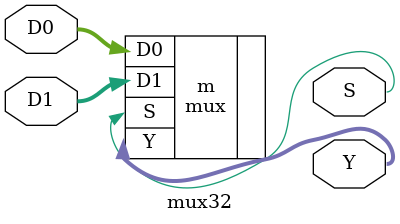
<source format=v>
`timescale 1ns / 1ps


module mux32(
    input [31:0] D0,
    input [31:0] D1,
    output S,
    output [31:0]Y
    );
    
    mux #(.WIDTH(32)) m(.D0(D0),
		       .D1(D1),
		       .S(S),
		       .Y(Y));
    
endmodule

</source>
